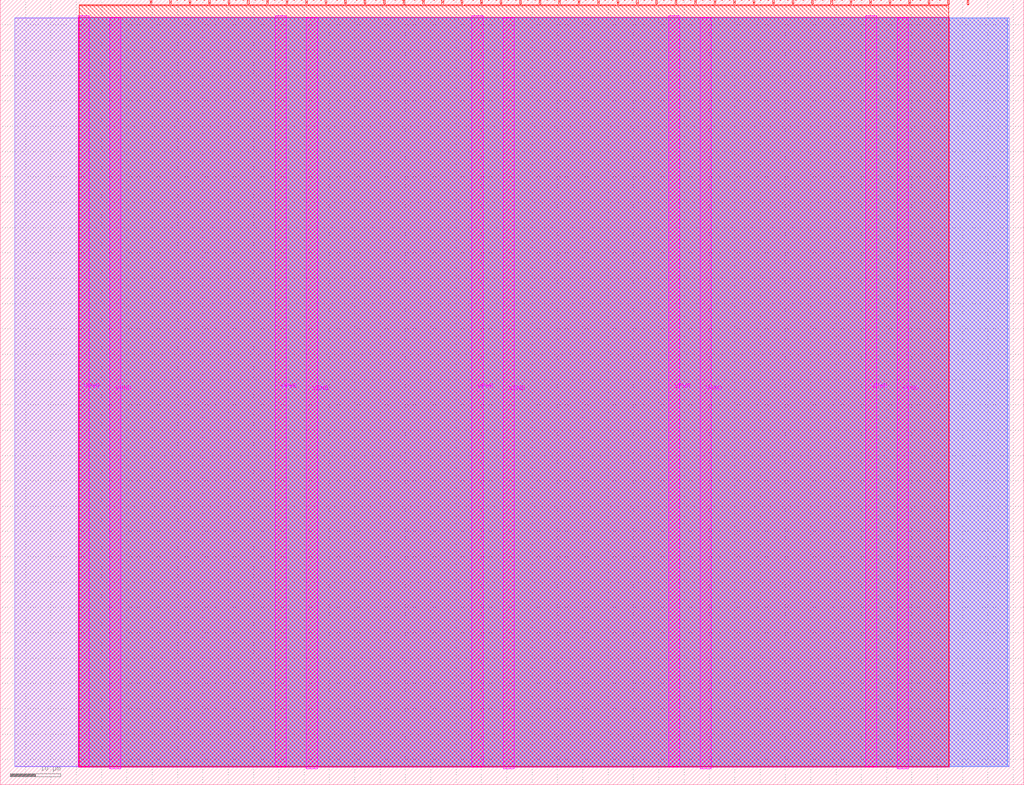
<source format=lef>
VERSION 5.7 ;
  NOWIREEXTENSIONATPIN ON ;
  DIVIDERCHAR "/" ;
  BUSBITCHARS "[]" ;
MACRO tt_um_algofoogle_fomo
  CLASS BLOCK ;
  FOREIGN tt_um_algofoogle_fomo ;
  ORIGIN 0.000 0.000 ;
  SIZE 202.080 BY 154.980 ;
  PIN VGND
    DIRECTION INOUT ;
    USE GROUND ;
    PORT
      LAYER TopMetal1 ;
        RECT 21.580 3.150 23.780 151.420 ;
    END
    PORT
      LAYER TopMetal1 ;
        RECT 60.450 3.150 62.650 151.420 ;
    END
    PORT
      LAYER TopMetal1 ;
        RECT 99.320 3.150 101.520 151.420 ;
    END
    PORT
      LAYER TopMetal1 ;
        RECT 138.190 3.150 140.390 151.420 ;
    END
    PORT
      LAYER TopMetal1 ;
        RECT 177.060 3.150 179.260 151.420 ;
    END
  END VGND
  PIN VPWR
    DIRECTION INOUT ;
    USE POWER ;
    PORT
      LAYER TopMetal1 ;
        RECT 15.380 3.560 17.580 151.830 ;
    END
    PORT
      LAYER TopMetal1 ;
        RECT 54.250 3.560 56.450 151.830 ;
    END
    PORT
      LAYER TopMetal1 ;
        RECT 93.120 3.560 95.320 151.830 ;
    END
    PORT
      LAYER TopMetal1 ;
        RECT 131.990 3.560 134.190 151.830 ;
    END
    PORT
      LAYER TopMetal1 ;
        RECT 170.860 3.560 173.060 151.830 ;
    END
  END VPWR
  PIN clk
    DIRECTION INPUT ;
    USE SIGNAL ;
    ANTENNAGATEAREA 0.725400 ;
    PORT
      LAYER Metal4 ;
        RECT 187.050 153.980 187.350 154.980 ;
    END
  END clk
  PIN ena
    DIRECTION INPUT ;
    USE SIGNAL ;
    PORT
      LAYER Metal4 ;
        RECT 190.890 153.980 191.190 154.980 ;
    END
  END ena
  PIN rst_n
    DIRECTION INPUT ;
    USE SIGNAL ;
    ANTENNAGATEAREA 1.450800 ;
    PORT
      LAYER Metal4 ;
        RECT 183.210 153.980 183.510 154.980 ;
    END
  END rst_n
  PIN ui_in[0]
    DIRECTION INPUT ;
    USE SIGNAL ;
    PORT
      LAYER Metal4 ;
        RECT 179.370 153.980 179.670 154.980 ;
    END
  END ui_in[0]
  PIN ui_in[1]
    DIRECTION INPUT ;
    USE SIGNAL ;
    PORT
      LAYER Metal4 ;
        RECT 175.530 153.980 175.830 154.980 ;
    END
  END ui_in[1]
  PIN ui_in[2]
    DIRECTION INPUT ;
    USE SIGNAL ;
    PORT
      LAYER Metal4 ;
        RECT 171.690 153.980 171.990 154.980 ;
    END
  END ui_in[2]
  PIN ui_in[3]
    DIRECTION INPUT ;
    USE SIGNAL ;
    PORT
      LAYER Metal4 ;
        RECT 167.850 153.980 168.150 154.980 ;
    END
  END ui_in[3]
  PIN ui_in[4]
    DIRECTION INPUT ;
    USE SIGNAL ;
    PORT
      LAYER Metal4 ;
        RECT 164.010 153.980 164.310 154.980 ;
    END
  END ui_in[4]
  PIN ui_in[5]
    DIRECTION INPUT ;
    USE SIGNAL ;
    PORT
      LAYER Metal4 ;
        RECT 160.170 153.980 160.470 154.980 ;
    END
  END ui_in[5]
  PIN ui_in[6]
    DIRECTION INPUT ;
    USE SIGNAL ;
    PORT
      LAYER Metal4 ;
        RECT 156.330 153.980 156.630 154.980 ;
    END
  END ui_in[6]
  PIN ui_in[7]
    DIRECTION INPUT ;
    USE SIGNAL ;
    PORT
      LAYER Metal4 ;
        RECT 152.490 153.980 152.790 154.980 ;
    END
  END ui_in[7]
  PIN uio_in[0]
    DIRECTION INPUT ;
    USE SIGNAL ;
    PORT
      LAYER Metal4 ;
        RECT 148.650 153.980 148.950 154.980 ;
    END
  END uio_in[0]
  PIN uio_in[1]
    DIRECTION INPUT ;
    USE SIGNAL ;
    PORT
      LAYER Metal4 ;
        RECT 144.810 153.980 145.110 154.980 ;
    END
  END uio_in[1]
  PIN uio_in[2]
    DIRECTION INPUT ;
    USE SIGNAL ;
    PORT
      LAYER Metal4 ;
        RECT 140.970 153.980 141.270 154.980 ;
    END
  END uio_in[2]
  PIN uio_in[3]
    DIRECTION INPUT ;
    USE SIGNAL ;
    PORT
      LAYER Metal4 ;
        RECT 137.130 153.980 137.430 154.980 ;
    END
  END uio_in[3]
  PIN uio_in[4]
    DIRECTION INPUT ;
    USE SIGNAL ;
    PORT
      LAYER Metal4 ;
        RECT 133.290 153.980 133.590 154.980 ;
    END
  END uio_in[4]
  PIN uio_in[5]
    DIRECTION INPUT ;
    USE SIGNAL ;
    PORT
      LAYER Metal4 ;
        RECT 129.450 153.980 129.750 154.980 ;
    END
  END uio_in[5]
  PIN uio_in[6]
    DIRECTION INPUT ;
    USE SIGNAL ;
    PORT
      LAYER Metal4 ;
        RECT 125.610 153.980 125.910 154.980 ;
    END
  END uio_in[6]
  PIN uio_in[7]
    DIRECTION INPUT ;
    USE SIGNAL ;
    PORT
      LAYER Metal4 ;
        RECT 121.770 153.980 122.070 154.980 ;
    END
  END uio_in[7]
  PIN uio_oe[0]
    DIRECTION OUTPUT ;
    USE SIGNAL ;
    ANTENNADIFFAREA 0.299200 ;
    PORT
      LAYER Metal4 ;
        RECT 56.490 153.980 56.790 154.980 ;
    END
  END uio_oe[0]
  PIN uio_oe[1]
    DIRECTION OUTPUT ;
    USE SIGNAL ;
    ANTENNADIFFAREA 0.299200 ;
    PORT
      LAYER Metal4 ;
        RECT 52.650 153.980 52.950 154.980 ;
    END
  END uio_oe[1]
  PIN uio_oe[2]
    DIRECTION OUTPUT ;
    USE SIGNAL ;
    ANTENNADIFFAREA 0.299200 ;
    PORT
      LAYER Metal4 ;
        RECT 48.810 153.980 49.110 154.980 ;
    END
  END uio_oe[2]
  PIN uio_oe[3]
    DIRECTION OUTPUT ;
    USE SIGNAL ;
    ANTENNADIFFAREA 0.299200 ;
    PORT
      LAYER Metal4 ;
        RECT 44.970 153.980 45.270 154.980 ;
    END
  END uio_oe[3]
  PIN uio_oe[4]
    DIRECTION OUTPUT ;
    USE SIGNAL ;
    ANTENNADIFFAREA 0.299200 ;
    PORT
      LAYER Metal4 ;
        RECT 41.130 153.980 41.430 154.980 ;
    END
  END uio_oe[4]
  PIN uio_oe[5]
    DIRECTION OUTPUT ;
    USE SIGNAL ;
    ANTENNADIFFAREA 0.299200 ;
    PORT
      LAYER Metal4 ;
        RECT 37.290 153.980 37.590 154.980 ;
    END
  END uio_oe[5]
  PIN uio_oe[6]
    DIRECTION OUTPUT ;
    USE SIGNAL ;
    ANTENNADIFFAREA 0.299200 ;
    PORT
      LAYER Metal4 ;
        RECT 33.450 153.980 33.750 154.980 ;
    END
  END uio_oe[6]
  PIN uio_oe[7]
    DIRECTION OUTPUT ;
    USE SIGNAL ;
    ANTENNADIFFAREA 0.299200 ;
    PORT
      LAYER Metal4 ;
        RECT 29.610 153.980 29.910 154.980 ;
    END
  END uio_oe[7]
  PIN uio_out[0]
    DIRECTION OUTPUT ;
    USE SIGNAL ;
    ANTENNADIFFAREA 0.299200 ;
    PORT
      LAYER Metal4 ;
        RECT 87.210 153.980 87.510 154.980 ;
    END
  END uio_out[0]
  PIN uio_out[1]
    DIRECTION OUTPUT ;
    USE SIGNAL ;
    ANTENNADIFFAREA 0.299200 ;
    PORT
      LAYER Metal4 ;
        RECT 83.370 153.980 83.670 154.980 ;
    END
  END uio_out[1]
  PIN uio_out[2]
    DIRECTION OUTPUT ;
    USE SIGNAL ;
    ANTENNADIFFAREA 0.299200 ;
    PORT
      LAYER Metal4 ;
        RECT 79.530 153.980 79.830 154.980 ;
    END
  END uio_out[2]
  PIN uio_out[3]
    DIRECTION OUTPUT ;
    USE SIGNAL ;
    ANTENNADIFFAREA 0.299200 ;
    PORT
      LAYER Metal4 ;
        RECT 75.690 153.980 75.990 154.980 ;
    END
  END uio_out[3]
  PIN uio_out[4]
    DIRECTION OUTPUT ;
    USE SIGNAL ;
    ANTENNADIFFAREA 0.299200 ;
    PORT
      LAYER Metal4 ;
        RECT 71.850 153.980 72.150 154.980 ;
    END
  END uio_out[4]
  PIN uio_out[5]
    DIRECTION OUTPUT ;
    USE SIGNAL ;
    ANTENNADIFFAREA 0.299200 ;
    PORT
      LAYER Metal4 ;
        RECT 68.010 153.980 68.310 154.980 ;
    END
  END uio_out[5]
  PIN uio_out[6]
    DIRECTION OUTPUT ;
    USE SIGNAL ;
    ANTENNADIFFAREA 0.299200 ;
    PORT
      LAYER Metal4 ;
        RECT 64.170 153.980 64.470 154.980 ;
    END
  END uio_out[6]
  PIN uio_out[7]
    DIRECTION OUTPUT ;
    USE SIGNAL ;
    ANTENNADIFFAREA 0.299200 ;
    PORT
      LAYER Metal4 ;
        RECT 60.330 153.980 60.630 154.980 ;
    END
  END uio_out[7]
  PIN uo_out[0]
    DIRECTION OUTPUT ;
    USE SIGNAL ;
    ANTENNADIFFAREA 0.662000 ;
    PORT
      LAYER Metal4 ;
        RECT 117.930 153.980 118.230 154.980 ;
    END
  END uo_out[0]
  PIN uo_out[1]
    DIRECTION OUTPUT ;
    USE SIGNAL ;
    ANTENNADIFFAREA 0.981400 ;
    PORT
      LAYER Metal4 ;
        RECT 114.090 153.980 114.390 154.980 ;
    END
  END uo_out[1]
  PIN uo_out[2]
    DIRECTION OUTPUT ;
    USE SIGNAL ;
    ANTENNADIFFAREA 0.632400 ;
    PORT
      LAYER Metal4 ;
        RECT 110.250 153.980 110.550 154.980 ;
    END
  END uo_out[2]
  PIN uo_out[3]
    DIRECTION OUTPUT ;
    USE SIGNAL ;
    ANTENNADIFFAREA 0.708600 ;
    PORT
      LAYER Metal4 ;
        RECT 106.410 153.980 106.710 154.980 ;
    END
  END uo_out[3]
  PIN uo_out[4]
    DIRECTION OUTPUT ;
    USE SIGNAL ;
    ANTENNADIFFAREA 0.708600 ;
    PORT
      LAYER Metal4 ;
        RECT 102.570 153.980 102.870 154.980 ;
    END
  END uo_out[4]
  PIN uo_out[5]
    DIRECTION OUTPUT ;
    USE SIGNAL ;
    ANTENNAGATEAREA 0.180700 ;
    ANTENNADIFFAREA 0.662000 ;
    PORT
      LAYER Metal4 ;
        RECT 98.730 153.980 99.030 154.980 ;
    END
  END uo_out[5]
  PIN uo_out[6]
    DIRECTION OUTPUT ;
    USE SIGNAL ;
    ANTENNADIFFAREA 0.662000 ;
    PORT
      LAYER Metal4 ;
        RECT 94.890 153.980 95.190 154.980 ;
    END
  END uo_out[6]
  PIN uo_out[7]
    DIRECTION OUTPUT ;
    USE SIGNAL ;
    ANTENNADIFFAREA 0.708600 ;
    PORT
      LAYER Metal4 ;
        RECT 91.050 153.980 91.350 154.980 ;
    END
  END uo_out[7]
  OBS
      LAYER GatPoly ;
        RECT 2.880 3.630 199.200 151.350 ;
      LAYER Metal1 ;
        RECT 2.880 3.560 199.200 151.420 ;
      LAYER Metal2 ;
        RECT 15.560 3.635 198.825 151.345 ;
      LAYER Metal3 ;
        RECT 15.515 3.680 198.865 151.300 ;
      LAYER Metal4 ;
        RECT 15.560 153.770 29.400 153.980 ;
        RECT 30.120 153.770 33.240 153.980 ;
        RECT 33.960 153.770 37.080 153.980 ;
        RECT 37.800 153.770 40.920 153.980 ;
        RECT 41.640 153.770 44.760 153.980 ;
        RECT 45.480 153.770 48.600 153.980 ;
        RECT 49.320 153.770 52.440 153.980 ;
        RECT 53.160 153.770 56.280 153.980 ;
        RECT 57.000 153.770 60.120 153.980 ;
        RECT 60.840 153.770 63.960 153.980 ;
        RECT 64.680 153.770 67.800 153.980 ;
        RECT 68.520 153.770 71.640 153.980 ;
        RECT 72.360 153.770 75.480 153.980 ;
        RECT 76.200 153.770 79.320 153.980 ;
        RECT 80.040 153.770 83.160 153.980 ;
        RECT 83.880 153.770 87.000 153.980 ;
        RECT 87.720 153.770 90.840 153.980 ;
        RECT 91.560 153.770 94.680 153.980 ;
        RECT 95.400 153.770 98.520 153.980 ;
        RECT 99.240 153.770 102.360 153.980 ;
        RECT 103.080 153.770 106.200 153.980 ;
        RECT 106.920 153.770 110.040 153.980 ;
        RECT 110.760 153.770 113.880 153.980 ;
        RECT 114.600 153.770 117.720 153.980 ;
        RECT 118.440 153.770 121.560 153.980 ;
        RECT 122.280 153.770 125.400 153.980 ;
        RECT 126.120 153.770 129.240 153.980 ;
        RECT 129.960 153.770 133.080 153.980 ;
        RECT 133.800 153.770 136.920 153.980 ;
        RECT 137.640 153.770 140.760 153.980 ;
        RECT 141.480 153.770 144.600 153.980 ;
        RECT 145.320 153.770 148.440 153.980 ;
        RECT 149.160 153.770 152.280 153.980 ;
        RECT 153.000 153.770 156.120 153.980 ;
        RECT 156.840 153.770 159.960 153.980 ;
        RECT 160.680 153.770 163.800 153.980 ;
        RECT 164.520 153.770 167.640 153.980 ;
        RECT 168.360 153.770 171.480 153.980 ;
        RECT 172.200 153.770 175.320 153.980 ;
        RECT 176.040 153.770 179.160 153.980 ;
        RECT 179.880 153.770 183.000 153.980 ;
        RECT 183.720 153.770 186.840 153.980 ;
        RECT 15.560 3.635 187.305 153.770 ;
      LAYER Metal5 ;
        RECT 15.515 3.470 187.345 151.510 ;
  END
END tt_um_algofoogle_fomo
END LIBRARY


</source>
